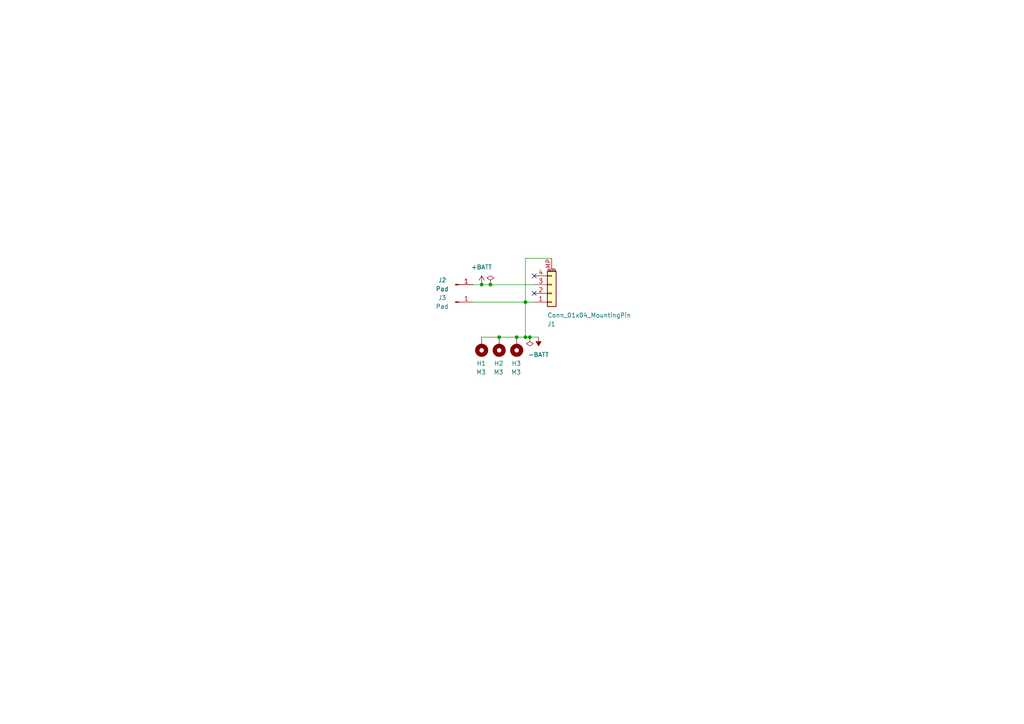
<source format=kicad_sch>
(kicad_sch (version 20230121) (generator eeschema)
  (paper "A4")
  (title_block (title "Carte dock LP-E10") (date "2025-03-01") (rev "V1.0"))
  (lib_symbols
    (symbol "Connector:Conn_01x01_Pin" (pin_names (offset 1.016) hide)
      (property "Reference" "J" (at 0 2.54 0))
      (property "Value" "Conn_01x01_Pin" (at 0 -2.54 0))
      (symbol "Conn_01x01_Pin_1_1"
        (polyline (pts (xy 1.27 0) (xy 0.8636 0)) (stroke (width 0.1524)))
        (rectangle (start 0.8636 0.127) (end 0 -0.127) (stroke (width 0.1524)) (fill (type outline)))
        (pin passive line (at 5.08 0 180) (length 3.81) (name "Pin_1") (number "1"))
      )
    )
    (symbol "Connector_Generic_MountingPin:Conn_01x04_MountingPin" (pin_names (offset 1.016) hide)
      (property "Reference" "J" (at 0 5.08 0))
      (property "Value" "Conn_01x04_MountingPin" (at 1.27 -7.62 0))
      (symbol "Conn_01x04_MountingPin_1_1"
        (rectangle (start -1.27 -4.953) (end 0 -5.207) (stroke (width 0.1524)))
        (rectangle (start -1.27 -2.413) (end 0 -2.667) (stroke (width 0.1524)))
        (rectangle (start -1.27 0.127) (end 0 -0.127) (stroke (width 0.1524)))
        (rectangle (start -1.27 2.667) (end 0 2.413) (stroke (width 0.1524)))
        (rectangle (start -1.27 3.81) (end 1.27 -6.35) (stroke (width 0.254)) (fill (type background)))
        (polyline (pts (xy -1.016 -7.112) (xy 1.016 -7.112)) (stroke (width 0.1524)))
        (text "Mounting" (at 0 -6.731 0) (effects (font (size 0.381 0.381))))
        (pin passive line (at -5.08 2.54 0) (length 3.81) (name "Pin_1") (number "1"))
        (pin passive line (at -5.08 0 0) (length 3.81) (name "Pin_2") (number "2"))
        (pin passive line (at -5.08 -2.54 0) (length 3.81) (name "Pin_3") (number "3"))
        (pin passive line (at -5.08 -5.08 0) (length 3.81) (name "Pin_4") (number "4"))
        (pin passive line (at 0 -10.16 90) (length 3.048) (name "MountPin") (number "MP"))
      )
    )
    (symbol "Mechanical:MountingHole_Pad" (pin_numbers hide) (pin_names (offset 1.016) hide)
      (property "Reference" "H" (at 0 6.35 0))
      (property "Value" "MountingHole_Pad" (at 0 4.445 0))
      (symbol "MountingHole_Pad_0_1"
        (circle (center 0 1.27) (radius 1.27) (stroke (width 1.27)))
      )
      (symbol "MountingHole_Pad_1_1"
        (pin input line (at 0 -2.54 90) (length 2.54) (name "1") (number "1"))
      )
    )
    (symbol "power:+BATT" (power) (pin_names (offset 0))
      (property "Value" "+BATT" (at 0 3.556 0))
      (symbol "+BATT_0_1"
        (polyline (pts (xy -0.762 1.27) (xy 0 2.54)))
        (polyline (pts (xy 0 0) (xy 0 2.54)))
        (polyline (pts (xy 0 2.54) (xy 0.762 1.27)))
      )
      (symbol "+BATT_1_1"
        (pin power_in line (at 0 0 90) (length 0) hide (name "+BATT") (number "1"))
      )
    )
    (symbol "power:-BATT" (power) (pin_names (offset 0))
      (property "Value" "-BATT" (at 0 3.556 0))
      (symbol "-BATT_0_1"
        (polyline (pts (xy 0 0) (xy 0 2.54)))
        (polyline (pts (xy 0.762 1.27) (xy -0.762 1.27) (xy 0 2.54) (xy 0.762 1.27)) (fill (type outline)))
      )
      (symbol "-BATT_1_1"
        (pin power_in line (at 0 0 90) (length 0) hide (name "-BATT") (number "1"))
      )
    )
    (symbol "power:PWR_FLAG" (power) (pin_numbers hide) (pin_names (offset 0) hide)
      (property "Value" "PWR_FLAG" (at 0 3.81 0))
      (symbol "PWR_FLAG_0_0"
        (pin power_out line (at 0 0 90) (length 0) (name "pwr") (number "1"))
      )
      (symbol "PWR_FLAG_0_1"
        (polyline (pts (xy 0 0) (xy 0 1.27) (xy -1.016 1.905) (xy 0 2.54) (xy 1.016 1.905) (xy 0 1.27)))
      )
    )
  )
  (junction (at 152.4 97.79))
  (junction (at 152.4 87.63))
  (junction (at 153.67 97.79))
  (junction (at 144.78 97.79))
  (junction (at 142.24 82.55))
  (junction (at 139.7 82.55))
  (junction (at 149.86 97.79))
  (no_connect (at 154.94 85.09))
  (no_connect (at 154.94 80.01))
  (wire (pts (xy 152.4 97.79) (xy 153.67 97.79)))
  (wire (pts (xy 160.02 74.93) (xy 152.4 74.93)))
  (wire (pts (xy 142.24 82.55) (xy 154.94 82.55)))
  (wire (pts (xy 144.78 97.79) (xy 149.86 97.79)))
  (wire (pts (xy 139.7 97.79) (xy 144.78 97.79)))
  (wire (pts (xy 137.16 87.63) (xy 152.4 87.63)))
  (wire (pts (xy 152.4 87.63) (xy 152.4 97.79)))
  (wire (pts (xy 137.16 82.55) (xy 139.7 82.55)))
  (wire (pts (xy 152.4 74.93) (xy 152.4 87.63)))
  (wire (pts (xy 149.86 97.79) (xy 152.4 97.79)))
  (wire (pts (xy 153.67 97.79) (xy 156.21 97.79)))
  (wire (pts (xy 139.7 82.55) (xy 142.24 82.55)))
  (wire (pts (xy 152.4 87.63) (xy 154.94 87.63)))
  (symbol (lib_id "power:PWR_FLAG") (at 153.67 97.79 180) (unit 1)
    (property "Reference" "#FLG02" (effects hide))
    (property "Value" "PWR_FLAG" (effects hide))
  )
  (symbol (lib_id "Mechanical:MountingHole_Pad") (at 139.7 100.33 180) (unit 1) (in_bom no)
    (property "Reference" "H1" (at 140.97 105.41 0) (effects (justify left)))
    (property "Value" "M3" (at 140.97 107.95 0) (effects (justify left)))
    (property "Footprint" "MountingHole:MountingHole_3.2mm_M3_Pad_Via" (effects hide))
  )
  (symbol (lib_id "Connector:Conn_01x01_Pin") (at 132.08 82.55 0) (mirror x) (unit 1) (in_bom no)
    (property "Reference" "J2" (at 128.27 81.28 0))
    (property "Value" "Pad" (at 128.27 83.82 0))
    (property "Footprint" "ConnectorsEvo:Pad 4x2mm" (effects hide))
  )
  (symbol (lib_id "Connector_Generic_MountingPin:Conn_01x04_MountingPin") (at 160.02 85.09 0) (mirror x) (unit 1)
    (property "Reference" "J1" (at 158.75 93.98 0) (effects (justify left)))
    (property "Value" "Conn_01x04_MountingPin" (at 158.75 91.44 0) (effects (justify left)))
    (property "Footprint" "ConnectorsEvo:18K314305" (effects hide))
  )
  (symbol (lib_id "Mechanical:MountingHole_Pad") (at 149.86 100.33 180) (unit 1) (in_bom no)
    (property "Reference" "H3" (at 151.13 105.41 0) (effects (justify left)))
    (property "Value" "M3" (at 151.13 107.95 0) (effects (justify left)))
    (property "Footprint" "MountingHole:MountingHole_3.2mm_M3_Pad_Via" (effects hide))
  )
  (symbol (lib_id "power:+BATT") (at 139.7 82.55 0) (unit 1)
    (property "Reference" "#PWR01" (effects hide))
    (property "Value" "+BATT" (at 139.7 77.47 0))
  )
  (symbol (lib_id "power:PWR_FLAG") (at 142.24 82.55 0) (unit 1)
    (property "Reference" "#FLG01" (effects hide))
    (property "Value" "PWR_FLAG" (effects hide))
  )
  (symbol (lib_id "Mechanical:MountingHole_Pad") (at 144.78 100.33 180) (unit 1) (in_bom no)
    (property "Reference" "H2" (at 146.05 105.41 0) (effects (justify left)))
    (property "Value" "M3" (at 146.05 107.95 0) (effects (justify left)))
    (property "Footprint" "MountingHole:MountingHole_3.2mm_M3_Pad_Via" (effects hide))
  )
  (symbol (lib_id "Connector:Conn_01x01_Pin") (at 132.08 87.63 0) (mirror x) (unit 1) (in_bom no)
    (property "Reference" "J3" (at 128.27 86.36 0))
    (property "Value" "Pad" (at 128.27 88.9 0))
    (property "Footprint" "ConnectorsEvo:Pad 4x2mm" (effects hide))
  )
  (symbol (lib_id "power:-BATT") (at 156.21 97.79 180) (unit 1)
    (property "Reference" "#PWR02" (effects hide))
    (property "Value" "-BATT" (at 156.21 102.87 0))
  )
)
</source>
